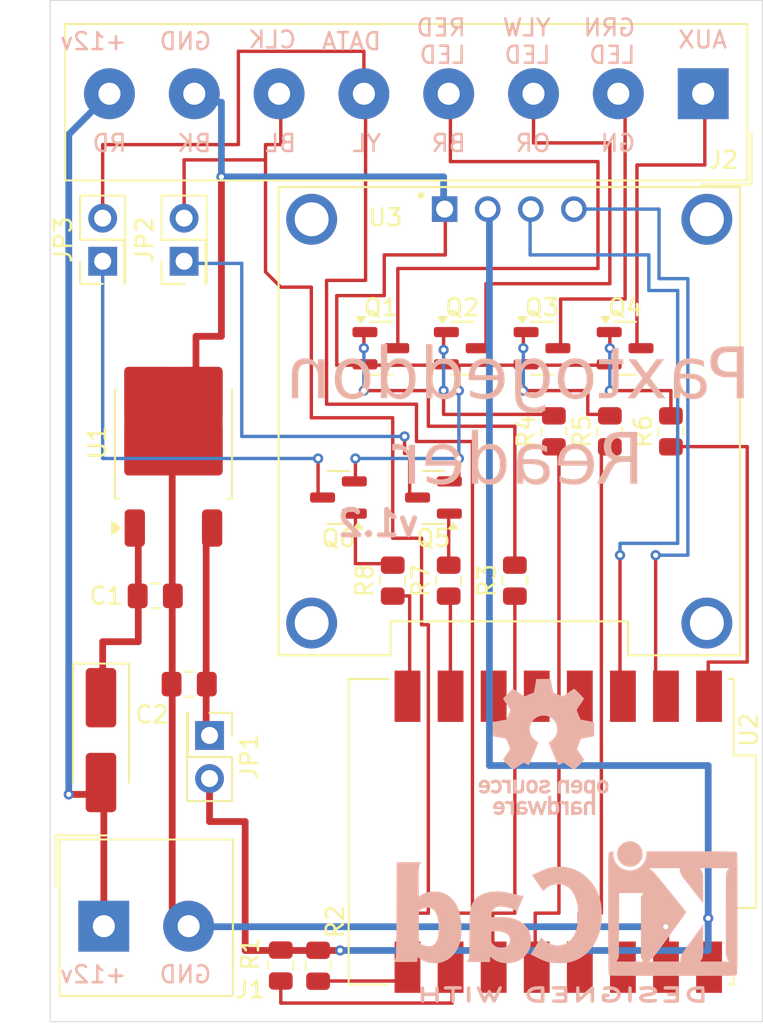
<source format=kicad_pcb>
(kicad_pcb (version 20241229) (generator "pcbnew") (generator_version "9.0")
  (layers (0 "F.Cu" signal) (2 "B.Cu" signal) (13 "F.Paste" user) (15 "B.Paste" user) (5 "F.SilkS" user "F.Silkscreen") (7 "B.SilkS" user "B.Silkscreen") (1 "F.Mask" user) (3 "B.Mask" user) (25 "Edge.Cuts" user))
  (net 0 "")
  (net 1 "GND")
  (net 2 "+5V")
  (net 3 "+12V")
  (net 4 "SPK")
  (net 5 "GRN_LED")
  (net 6 "RED_LED")
  (net 7 "DATA")
  (net 8 "YLW_LED")
  (net 9 "CLK")
  (net 10 "L_RED_LED")
  (net 11 "SCL")
  (net 12 "L_SPK")
  (net 13 "L_GRN_LED")
  (net 14 "SDA")
  (net 15 "L_YLW_LED")
  (net 20 "Net-(Q1-B)")
  (net 21 "Net-(Q2-B)")
  (net 22 "Net-(Q3-B)")
  (net 23 "Net-(Q4-B)")
  (net 28 "Net-(JP2-A)")
  (net 29 "Net-(JP3-A)")
  (net 30 "Net-(Q5-B)")
  (net 31 "Net-(Q6-B)")
  (net 32 "L_CLK_R")
  (net 33 "L_DATA_R")
  (net 34 "Net-(D1-K)")
  (net 35 "Net-(JP1-A)")
  (footprint "Connector_PinHeader_2.54mm:PinHeader_2x01_P2.54mm_Vertical" (layer "F.Cu") (at 40.3 36.375 90)
    (property "Reference" "JP2" (at 1.27 -2.33 90) (layer "F.SilkS"))
    (property "Value" "Jumper")
    (pad "1" thru_hole rect (at 0 0 90) (size 1.7 1.7) (drill 1) (layers "*.Cu" "*.Mask") (net 28 "Net-(JP2-A)"))
    (pad "2" thru_hole oval (at 2.54 0 90) (size 1.7 1.7) (drill 1) (layers "*.Cu" "*.Mask") (net 9 "CLK"))
  )
  (footprint "Resistor_SMD:R_0805_2012Metric" (layer "F.Cu") (at 48.2 77.9 -90)
    (property "Reference" "R2" (at -2.6 -1 90) (layer "F.SilkS"))
    (property "Value" "1K")
    (pad "1" smd roundrect (at -0.9125 0 270) (size 1.025 1.4) (layers "F.Cu" "F.Mask" "F.Paste") (roundrect_rratio 0.243902) (net 2 "+5V"))
    (pad "2" smd roundrect (at 0.9125 0 270) (size 1.025 1.4) (layers "F.Cu" "F.Mask" "F.Paste") (roundrect_rratio 0.243902) (net 9 "CLK"))
  )
  (footprint "Package_TO_SOT_SMD:SOT-23" (layer "F.Cu") (at 55 50.3 180)
    (property "Reference" "Q5" (at 0 -2.4 0) (layer "F.SilkS"))
    (property "Value" "MMBT3904")
    (pad "1" smd roundrect (at -0.9375 -0.95 180) (size 1.475 0.6) (layers "F.Cu" "F.Mask" "F.Paste") (net 30 "Net-(Q5-B)"))
    (pad "2" smd roundrect (at -0.9375 0.95 180) (size 1.475 0.6) (layers "F.Cu" "F.Mask" "F.Paste") (net 1 "GND"))
    (pad "3" smd roundrect (at 0.9375 0 180) (size 1.475 0.6) (layers "F.Cu" "F.Mask" "F.Paste") (net 28 "Net-(JP2-A)"))
  )
  (footprint "Package_TO_SOT_SMD:SOT-23" (layer "F.Cu") (at 51.9 41.5)
    (property "Reference" "Q1" (at 0 -2.4 0) (layer "F.SilkS"))
    (property "Value" "MMBT3904")
    (pad "1" smd roundrect (at -0.9375 -0.95) (size 1.475 0.6) (layers "F.Cu" "F.Mask" "F.Paste") (net 20 "Net-(Q1-B)"))
    (pad "2" smd roundrect (at -0.9375 0.95) (size 1.475 0.6) (layers "F.Cu" "F.Mask" "F.Paste") (net 1 "GND"))
    (pad "3" smd roundrect (at 0.9375 0) (size 1.475 0.6) (layers "F.Cu" "F.Mask" "F.Paste") (net 6 "RED_LED"))
  )
  (footprint "Connector_PinHeader_2.54mm:PinHeader_2x01_P2.54mm_Vertical" (layer "F.Cu") (at 41.8 64.325 -90)
    (property "Reference" "JP1" (at 1.27 -2.33 270) (layer "F.SilkS"))
    (property "Value" "Jumper")
    (pad "1" thru_hole rect (at 0 0 270) (size 1.7 1.7) (drill 1) (layers "*.Cu" "*.Mask") (net 35 "Net-(JP1-A)"))
    (pad "2" thru_hole oval (at 2.54 0 270) (size 1.7 1.7) (drill 1) (layers "*.Cu" "*.Mask") (net 2 "+5V"))
  )
  (footprint "Package_TO_SOT_SMD:SOT-23" (layer "F.Cu") (at 66.3 41.5)
    (property "Reference" "Q4" (at 0 -2.4 0) (layer "F.SilkS"))
    (property "Value" "MMBT3904")
    (pad "1" smd roundrect (at -0.9375 -0.95) (size 1.475 0.6) (layers "F.Cu" "F.Mask" "F.Paste") (net 23 "Net-(Q4-B)"))
    (pad "2" smd roundrect (at -0.9375 0.95) (size 1.475 0.6) (layers "F.Cu" "F.Mask" "F.Paste") (net 1 "GND"))
    (pad "3" smd roundrect (at 0.9375 0) (size 1.475 0.6) (layers "F.Cu" "F.Mask" "F.Paste") (net 4 "SPK"))
  )
  (footprint "Package_TO_SOT_SMD:TO-252-2" (layer "F.Cu") (at 39.6725 47.06 90)
    (property "Reference" "U1" (at 0 -4.5 90) (layer "F.SilkS"))
    (property "Value" "MC7805CDTG")
    (pad "1" smd roundrect (at -5.04 -2.28 90) (size 2.2 1.2) (layers "F.Cu" "F.Mask" "F.Paste") (roundrect_rratio 0.208333) (net 34 "Net-(D1-K)"))
    (pad "2" smd roundrect (at -0.415 -1.525 90) (size 3.05 2.75) (layers "F.Cu" "F.Paste") (roundrect_rratio 0.090909) (net 1 "GND"))
    (pad "2" smd roundrect (at -0.415 1.525 90) (size 3.05 2.75) (layers "F.Cu" "F.Paste") (roundrect_rratio 0.090909) (net 1 "GND"))
    (pad "2" smd roundrect (at 1.26 0 90) (size 6.4 5.8) (layers "F.Cu" "F.Mask") (roundrect_rratio 0.043103) (net 1 "GND"))
    (pad "2" smd roundrect (at 2.935 -1.525 90) (size 3.05 2.75) (layers "F.Cu" "F.Paste") (roundrect_rratio 0.090909) (net 1 "GND"))
    (pad "2" smd roundrect (at 2.935 1.525 90) (size 3.05 2.75) (layers "F.Cu" "F.Paste") (roundrect_rratio 0.090909) (net 1 "GND"))
    (pad "3" smd roundrect (at -5.04 2.28 90) (size 2.2 1.2) (layers "F.Cu" "F.Mask" "F.Paste") (roundrect_rratio 0.208333) (net 35 "Net-(JP1-A)"))
  )
  (footprint "Diode_SMD:D_SMA_Handsoldering" (layer "F.Cu") (at 35.4 64.6 -90)
    (property "Reference" "D1" (hide yes))
    (property "Value" "M7_C2902910")
    (pad "1" smd roundrect (at -2.5 0 270) (size 3.5 1.8) (layers "F.Cu" "F.Mask" "F.Paste") (roundrect_rratio 0.1388888889) (net 34 "Net-(D1-K)"))
    (pad "2" smd roundrect (at 2.5 0 270) (size 3.5 1.8) (layers "F.Cu" "F.Mask" "F.Paste") (roundrect_rratio 0.1388888889) (net 3 "+12V"))
  )
  (footprint "Resistor_SMD:R_0805_2012Metric" (layer "F.Cu") (at 59.8 55.2 90)
    (property "Reference" "R3" (at 0 -1.65 90) (layer "F.SilkS"))
    (property "Value" "1k")
    (pad "1" smd roundrect (at -0.9125 0 90) (size 1.025 1.4) (layers "F.Cu" "F.Mask" "F.Paste") (roundrect_rratio 0.243902) (net 10 "L_RED_LED"))
    (pad "2" smd roundrect (at 0.9125 0 90) (size 1.025 1.4) (layers "F.Cu" "F.Mask" "F.Paste") (roundrect_rratio 0.243902) (net 20 "Net-(Q1-B)"))
  )
  (footprint "Package_TO_SOT_SMD:SOT-23" (layer "F.Cu") (at 49.4 50.3 180)
    (property "Reference" "Q6" (at 0 -2.4 0) (layer "F.SilkS"))
    (property "Value" "MMBT3904")
    (pad "1" smd roundrect (at -0.9375 -0.95 180) (size 1.475 0.6) (layers "F.Cu" "F.Mask" "F.Paste") (net 31 "Net-(Q6-B)"))
    (pad "2" smd roundrect (at -0.9375 0.95 180) (size 1.475 0.6) (layers "F.Cu" "F.Mask" "F.Paste") (net 1 "GND"))
    (pad "3" smd roundrect (at 0.9375 0 180) (size 1.475 0.6) (layers "F.Cu" "F.Mask" "F.Paste") (net 29 "Net-(JP3-A)"))
  )
  (footprint "Connector_PinHeader_2.54mm:PinHeader_2x01_P2.54mm_Vertical" (layer "F.Cu") (at 35.5 36.375 90)
    (property "Reference" "JP3" (at 1.27 -2.33 90) (layer "F.SilkS"))
    (property "Value" "Jumper")
    (pad "1" thru_hole rect (at 0 0 90) (size 1.7 1.7) (drill 1) (layers "*.Cu" "*.Mask") (net 29 "Net-(JP3-A)"))
    (pad "2" thru_hole oval (at 2.54 0 90) (size 1.7 1.7) (drill 1) (layers "*.Cu" "*.Mask") (net 7 "DATA"))
  )
  (footprint "Resistor_SMD:R_0805_2012Metric" (layer "F.Cu") (at 62.1 46.4 90)
    (property "Reference" "R4" (at 0 -1.65 90) (layer "F.SilkS"))
    (property "Value" "1K")
    (pad "1" smd roundrect (at -0.9125 0 90) (size 1.025 1.4) (layers "F.Cu" "F.Mask" "F.Paste") (roundrect_rratio 0.243902) (net 15 "L_YLW_LED"))
    (pad "2" smd roundrect (at 0.9125 0 90) (size 1.025 1.4) (layers "F.Cu" "F.Mask" "F.Paste") (roundrect_rratio 0.243902) (net 21 "Net-(Q2-B)"))
  )
  (footprint "Package_TO_SOT_SMD:SOT-23" (layer "F.Cu") (at 56.7 41.5)
    (property "Reference" "Q2" (at 0 -2.4 0) (layer "F.SilkS"))
    (property "Value" "MMBT3904")
    (pad "1" smd roundrect (at -0.9375 -0.95) (size 1.475 0.6) (layers "F.Cu" "F.Mask" "F.Paste") (net 21 "Net-(Q2-B)"))
    (pad "2" smd roundrect (at -0.9375 0.95) (size 1.475 0.6) (layers "F.Cu" "F.Mask" "F.Paste") (net 1 "GND"))
    (pad "3" smd roundrect (at 0.9375 0) (size 1.475 0.6) (layers "F.Cu" "F.Mask" "F.Paste") (net 8 "YLW_LED"))
  )
  (footprint "Capacitor_SMD:C_0805_2012Metric_Pad1.18x1.45mm_HandSolder" (layer "F.Cu") (at 40.6 61.3 180)
    (property "Reference" "C2" (at 2.2 -1.8 0) (layer "F.SilkS"))
    (property "Value" "1uF")
    (pad "1" smd roundrect (at -1.0375 0 180) (size 1.175 1.45) (layers "F.Cu" "F.Mask" "F.Paste") (roundrect_rratio 0.212766) (net 35 "Net-(JP1-A)"))
    (pad "2" smd roundrect (at 1.0375 0 180) (size 1.175 1.45) (layers "F.Cu" "F.Mask" "F.Paste") (roundrect_rratio 0.212766) (net 1 "GND"))
  )
  (footprint "TerminalBlock_Altech:Altech_AK100_1x02_P5.00mm" (layer "F.Cu") (at 35.5675 75.5675)
    (property "Reference" "J1" (at 8.6325 3.7325 0) (layer "F.SilkS"))
    (property "Value" "Screw_Terminal_01x02")
    (pad "1" thru_hole rect (at 0 0) (size 3 3) (drill 1.3) (layers "*.Cu" "*.Mask") (net 3 "+12V"))
    (pad "2" thru_hole circle (at 5 0) (size 3 3) (drill 1.3) (layers "*.Cu" "*.Mask") (net 1 "GND"))
  )
  (footprint "Resistor_SMD:R_0805_2012Metric" (layer "F.Cu") (at 52.6 55.2 90)
    (property "Reference" "R8" (at 0 -1.65 90) (layer "F.SilkS"))
    (property "Value" "1K")
    (pad "1" smd roundrect (at -0.9125 0 90) (size 1.025 1.4) (layers "F.Cu" "F.Mask" "F.Paste") (roundrect_rratio 0.243902) (net 33 "L_DATA_R"))
    (pad "2" smd roundrect (at 0.9125 0 90) (size 1.025 1.4) (layers "F.Cu" "F.Mask" "F.Paste") (roundrect_rratio 0.243902) (net 31 "Net-(Q6-B)"))
  )
  (footprint "paxtogeddon:MODULE_ESP32-C3_SUPERMINI" (layer "F.Cu") (at 61.35 70 -90)
    (property "Reference" "U2" (at -6 -12.25 90) (layer "F.SilkS"))
    (property "Value" "ESP32-C3_SUPERMINI_SMD" (hide yes))
    (pad "0" smd rect (at 7.985 7.88 270) (size 3.025 1.524) (layers "F.Cu" "F.Mask" "F.Paste") (net 9 "CLK"))
    (pad "1" smd rect (at 7.985 5.34 270) (size 3.025 1.524) (layers "F.Cu" "F.Mask" "F.Paste") (net 7 "DATA"))
    (pad "2" smd rect (at 7.985 2.8 270) (size 3.025 1.524) (layers "F.Cu" "F.Mask" "F.Paste") (net 10 "L_RED_LED"))
    (pad "3" smd rect (at 7.985 0.26 270) (size 3.025 1.524) (layers "F.Cu" "F.Mask" "F.Paste") (net 15 "L_YLW_LED"))
    (pad "3.3" smd rect (at 7.985 -4.82 270) (size 3.025 1.524) (layers "F.Cu" "F.Mask" "F.Paste"))
    (pad "4" smd rect (at 7.985 -2.28 270) (size 3.025 1.524) (layers "F.Cu" "F.Mask" "F.Paste") (net 13 "L_GRN_LED"))
    (pad "5" smd rect (at -7.985 -9.9 270) (size 3.025 1.524) (layers "F.Cu" "F.Mask" "F.Paste") (net 12 "L_SPK"))
    (pad "5V" smd rect (at 7.985 -9.9 270) (size 3.025 1.524) (layers "F.Cu" "F.Mask" "F.Paste") (net 2 "+5V"))
    (pad "6" smd rect (at -7.985 -7.36 270) (size 3.025 1.524) (layers "F.Cu" "F.Mask" "F.Paste") (net 14 "SDA"))
    (pad "7" smd rect (at -7.985 -4.82 270) (size 3.025 1.524) (layers "F.Cu" "F.Mask" "F.Paste") (net 11 "SCL"))
    (pad "8" smd rect (at -7.985 -2.28 270) (size 3.025 1.524) (layers "F.Cu" "F.Mask" "F.Paste"))
    (pad "9" smd rect (at -7.985 0.26 270) (size 3.025 1.524) (layers "F.Cu" "F.Mask" "F.Paste"))
    (pad "10" smd rect (at -7.985 2.8 270) (size 3.025 1.524) (layers "F.Cu" "F.Mask" "F.Paste"))
    (pad "20" smd rect (at -7.985 5.34 270) (size 3.025 1.524) (layers "F.Cu" "F.Mask" "F.Paste") (net 32 "L_CLK_R"))
    (pad "21" smd rect (at -7.985 7.88 270) (size 3.025 1.524) (layers "F.Cu" "F.Mask" "F.Paste") (net 33 "L_DATA_R"))
    (pad "G" smd rect (at 7.985 -7.36 270) (size 3.025 1.524) (layers "F.Cu" "F.Mask" "F.Paste") (net 1 "GND"))
  )
  (footprint "Resistor_SMD:R_0805_2012Metric" (layer "F.Cu") (at 69 46.4 90)
    (property "Reference" "R6" (at 0 -1.65 90) (layer "F.SilkS"))
    (property "Value" "1K")
    (pad "1" smd roundrect (at -0.9125 0 90) (size 1.025 1.4) (layers "F.Cu" "F.Mask" "F.Paste") (roundrect_rratio 0.243902) (net 12 "L_SPK"))
    (pad "2" smd roundrect (at 0.9125 0 90) (size 1.025 1.4) (layers "F.Cu" "F.Mask" "F.Paste") (roundrect_rratio 0.243902) (net 23 "Net-(Q4-B)"))
  )
  (footprint "Capacitor_SMD:C_0805_2012Metric_Pad1.18x1.45mm_HandSolder" (layer "F.Cu") (at 38.6 56.1)
    (property "Reference" "C1" (at -2.9 0 0) (layer "F.SilkS"))
    (property "Value" "330nF")
    (pad "1" smd roundrect (at -1.0375 0) (size 1.175 1.45) (layers "F.Cu" "F.Mask" "F.Paste") (roundrect_rratio 0.212766) (net 34 "Net-(D1-K)"))
    (pad "2" smd roundrect (at 1.0375 0) (size 1.175 1.45) (layers "F.Cu" "F.Mask" "F.Paste") (roundrect_rratio 0.212766) (net 1 "GND"))
  )
  (footprint "paxtogeddon:MODULE_ER-OLED096-I2C" (layer "F.Cu") (at 59.47 45.8)
    (property "Reference" "U3" (at -7.3 -12 0) (layer "F.SilkS"))
    (property "Value" "OLED096-128x64")
    (pad "1" thru_hole rect (at -3.81 -12.5) (size 1.508 1.508) (drill 1) (layers "*.Cu" "*.Mask") (net 1 "GND"))
    (pad "2" thru_hole circle (at -1.27 -12.5) (size 1.508 1.508) (drill 1) (layers "*.Cu" "*.Mask") (net 2 "+5V"))
    (pad "3" thru_hole circle (at 1.27 -12.5) (size 1.508 1.508) (drill 1) (layers "*.Cu" "*.Mask") (net 11 "SCL"))
    (pad "4" thru_hole circle (at 3.81 -12.5) (size 1.508 1.508) (drill 1) (layers "*.Cu" "*.Mask") (net 14 "SDA"))
    (pad "S1" thru_hole circle (at -11.65 -11.9) (size 3 3) (drill 2) (layers "*.Cu" "*.Mask"))
    (pad "S2" thru_hole circle (at 11.65 -11.9) (size 3 3) (drill 2) (layers "*.Cu" "*.Mask"))
    (pad "S3" thru_hole circle (at 11.65 11.9) (size 3 3) (drill 2) (layers "*.Cu" "*.Mask"))
    (pad "S4" thru_hole circle (at -11.65 11.9) (size 3 3) (drill 2) (layers "*.Cu" "*.Mask"))
  )
  (footprint "Package_TO_SOT_SMD:SOT-23" (layer "F.Cu") (at 61.4 41.5)
    (property "Reference" "Q3" (at 0 -2.4 0) (layer "F.SilkS"))
    (property "Value" "MMBT3904")
    (pad "1" smd roundrect (at -0.9375 -0.95) (size 1.475 0.6) (layers "F.Cu" "F.Mask" "F.Paste") (net 22 "Net-(Q3-B)"))
    (pad "2" smd roundrect (at -0.9375 0.95) (size 1.475 0.6) (layers "F.Cu" "F.Mask" "F.Paste") (net 1 "GND"))
    (pad "3" smd roundrect (at 0.9375 0) (size 1.475 0.6) (layers "F.Cu" "F.Mask" "F.Paste") (net 5 "GRN_LED"))
  )
  (footprint "Resistor_SMD:R_0805_2012Metric" (layer "F.Cu") (at 65.4 46.4 90)
    (property "Reference" "R5" (at 0 -1.65 90) (layer "F.SilkS"))
    (property "Value" "1K")
    (pad "1" smd roundrect (at -0.9125 0 90) (size 1.025 1.4) (layers "F.Cu" "F.Mask" "F.Paste") (roundrect_rratio 0.243902) (net 13 "L_GRN_LED"))
    (pad "2" smd roundrect (at 0.9125 0 90) (size 1.025 1.4) (layers "F.Cu" "F.Mask" "F.Paste") (roundrect_rratio 0.243902) (net 22 "Net-(Q3-B)"))
  )
  (footprint "Resistor_SMD:R_0805_2012Metric" (layer "F.Cu") (at 46 77.8875 -90)
    (property "Reference" "R1" (at -0.6875 1.8 90) (layer "F.SilkS"))
    (property "Value" "1K")
    (pad "1" smd roundrect (at -0.9125 0 270) (size 1.025 1.4) (layers "F.Cu" "F.Mask" "F.Paste") (roundrect_rratio 0.243902) (net 2 "+5V"))
    (pad "2" smd roundrect (at 0.9125 0 270) (size 1.025 1.4) (layers "F.Cu" "F.Mask" "F.Paste") (roundrect_rratio 0.243902) (net 7 "DATA"))
  )
  (footprint "TerminalBlock_Altech:Altech_AK100_1x08_P5.00mm" (layer "F.Cu") (at 70.9 26.5 180)
    (property "Reference" "J2" (at -1.2 -3.9 0) (layer "F.SilkS"))
    (property "Value" "Screw_Terminal_01x08")
    (pad "1" thru_hole rect (at 0 0 180) (size 3 3) (drill 1.3) (layers "*.Cu" "*.Mask") (net 4 "SPK"))
    (pad "2" thru_hole circle (at 5 0 180) (size 3 3) (drill 1.3) (layers "*.Cu" "*.Mask") (net 5 "GRN_LED"))
    (pad "3" thru_hole circle (at 10 0 180) (size 3 3) (drill 1.3) (layers "*.Cu" "*.Mask") (net 8 "YLW_LED"))
    (pad "4" thru_hole circle (at 15 0 180) (size 3 3) (drill 1.3) (layers "*.Cu" "*.Mask") (net 6 "RED_LED"))
    (pad "5" thru_hole circle (at 20 0 180) (size 3 3) (drill 1.3) (layers "*.Cu" "*.Mask") (net 7 "DATA"))
    (pad "6" thru_hole circle (at 25 0 180) (size 3 3) (drill 1.3) (layers "*.Cu" "*.Mask") (net 9 "CLK"))
    (pad "7" thru_hole circle (at 30 0 180) (size 3 3) (drill 1.3) (layers "*.Cu" "*.Mask") (net 1 "GND"))
    (pad "8" thru_hole circle (at 35 0 180) (size 3 3) (drill 1.3) (layers "*.Cu" "*.Mask") (net 3 "+12V"))
  )
  (footprint "Resistor_SMD:R_0805_2012Metric" (layer "F.Cu") (at 55.9 55.2 90)
    (property "Reference" "R7" (at 0 -1.65 90) (layer "F.SilkS"))
    (property "Value" "1K")
    (pad "1" smd roundrect (at -0.9125 0 90) (size 1.025 1.4) (layers "F.Cu" "F.Mask" "F.Paste") (roundrect_rratio 0.243902) (net 32 "L_CLK_R"))
    (pad "2" smd roundrect (at 0.9125 0 90) (size 1.025 1.4) (layers "F.Cu" "F.Mask" "F.Paste") (roundrect_rratio 0.243902) (net 30 "Net-(Q5-B)"))
  )
  (footprint "Symbol:OSHW-Logo_7.5x8mm_SilkScreen" (layer "B.Cu") (at 61.5 65 180)
    (property "Reference" "REF**" (hide yes))
    (property "Value" "OSHW-Logo_7.5x8mm_SilkScreen" (hide yes))
  )
  (footprint "Symbol:KiCad-Logo2_8mm_SilkScreen" (layer "B.Cu") (at 62.8 74.5 180)
    (property "Reference" "REF**" (hide yes))
    (property "Value" "KiCad-Logo2_8mm_SilkScreen" (hide yes))
  )
  (gr_line (start 57.3 47) (end 54 47) (stroke (width 0.2)) (layer "F.Cu") (net 7))
  (gr_line (start 43.5 29.5) (end 43.5 24) (stroke (width 0.2)) (layer "F.Cu") (net 7))
  (gr_line (start 53.5 78) (end 53.5 74.8) (stroke (width 0.2)) (layer "F.Cu") (net 9))
  (gr_line (start 48.2 50.3) (end 48.2 48) (stroke (width 0.2)) (layer "F.Cu") (net 29))
  (gr_line (start 60.3 40.7) (end 60.3 41.5) (stroke (width 0.2)) (layer "F.Cu") (net 22))
  (gr_line (start 45.1 29.5) (end 45.1 37) (stroke (width 0.2)) (layer "F.Cu") (net 9))
  (gr_line (start 54.3 52.7) (end 52.6 52.7) (stroke (width 0.2)) (layer "F.Cu") (net 9))
  (gr_line (start 53.6 50.2) (end 53.6 47.7) (stroke (width 0.2)) (layer "F.Cu") (net 28))
  (gr_line (start 65.4 29.4) (end 60.9 29.4) (stroke (width 0.2)) (layer "F.Cu") (net 8))
  (gr_line (start 52.9 36.8) (end 64.7 36.8) (stroke (width 0.2)) (layer "F.Cu") (net 6))
  (gr_line (start 41 40.8) (end 41 43) (stroke (width 0.4)) (layer "F.Cu") (net 1))
  (gr_line (start 40.3 30.4) (end 45.1 30.4) (stroke (width 0.2)) (layer "F.Cu") (net 9))
  (gr_line (start 46 26.5) (end 46 29.5) (stroke (width 0.2)) (layer "F.Cu") (net 9))
  (gr_line (start 58.5 74.8) (end 59.8 74.8) (stroke (width 0.2)) (layer "F.Cu") (net 10))
  (gr_line (start 62.5 41.5) (end 62.5 38.6) (stroke (width 0.2)) (layer "F.Cu") (net 5))
  (gr_line (start 56.5 49.3) (end 56.5 48) (stroke (width 0.2)) (layer "F.Cu") (net 1))
  (gr_line (start 52.2 54.2) (end 50.4 54.2) (stroke (width 0.2)) (layer "F.Cu") (net 31))
  (gr_line (start 60.9 29.4) (end 60.9 26.5) (stroke (width 0.2)) (layer "F.Cu") (net 8))
  (gr_line (start 57.3 55.05) (end 57.3 74.8) (stroke (width 0.2)) (layer "F.Cu") (net 7))
  (gr_line (start 55.6 40.6) (end 55.6 41.6) (stroke (width 0.2)) (layer "F.Cu") (net 21))
  (gr_line (start 51 26.6) (end 51 37.5) (stroke (width 0.2)) (layer "F.Cu") (net 7))
  (gr_line (start 50.9 24) (end 50.9 25.6) (stroke (width 0.2)) (layer "F.Cu") (net 7))
  (gr_line (start 61.9 45.4) (end 55.6 45.4) (stroke (width 0.2)) (layer "F.Cu") (net 21))
  (gr_line (start 62.5 38.6) (end 66.3 38.6) (stroke (width 0.2)) (layer "F.Cu") (net 5))
  (gr_line (start 65.4 37.7) (end 65.4 29.4) (stroke (width 0.2)) (layer "F.Cu") (net 8))
  (gr_line (start 54 44.8) (end 48.7 44.8) (stroke (width 0.2)) (layer "F.Cu") (net 7))
  (gr_line (start 55.7 36) (end 55.7 33.4) (stroke (width 0.2)) (layer "F.Cu") (net 1))
  (gr_line (start 65.4 40.7) (end 65.4 41.5) (stroke (width 0.2)) (layer "F.Cu") (net 23))
  (gr_line (start 54.7 74.8) (end 54.7 57.8) (stroke (width 0.2)) (layer "F.Cu") (net 9))
  (gr_line (start 48.3 77) (end 49.5 77) (stroke (width 0.4)) (layer "F.Cu") (net 2))
  (gr_line (start 46 80.1) (end 56.1 80.1) (stroke (width 0.2)) (layer "F.Cu") (net 7))
  (gr_line (start 71.2 75.1) (end 71.2 77) (stroke (width 0.4)) (layer "F.Cu") (net 2))
  (gr_line (start 71.2 61.9) (end 71.2 60) (stroke (width 0.2)) (layer "F.Cu") (net 12))
  (gr_line (start 41.6 61.3) (end 41.6 52.4) (stroke (width 0.4)) (layer "F.Cu") (net 35))
  (gr_line (start 59.8 46.1) (end 54.7 46.1) (stroke (width 0.2)) (layer "F.Cu") (net 20))
  (gr_line (start 66 53.7) (end 66 61) (stroke (width 0.2)) (layer "F.Cu") (net 11))
  (gr_line (start 59.8 56.2) (end 59.8 74.8) (stroke (width 0.2)) (layer "F.Cu") (net 10))
  (gr_line (start 67 30.7) (end 71 30.7) (stroke (width 0.2)) (layer "F.Cu") (net 4))
  (gr_line (start 41.8 69.4) (end 43.9 69.4) (stroke (width 0.4)) (layer "F.Cu") (net 2))
  (gr_line (start 64.1 44) (end 60.3 44) (stroke (width 0.2)) (layer "F.Cu") (net 22))
  (gr_line (start 46 78.8) (end 46 80.1) (stroke (width 0.2)) (layer "F.Cu") (net 7))
  (gr_line (start 56 61.8) (end 56 56.1) (stroke (width 0.2)) (layer "F.Cu") (net 32))
  (gr_line (start 45.9 77) (end 48.3 77) (stroke (width 0.4)) (layer "F.Cu") (net 2))
  (gr_line (start 53.5 74.8) (end 54.7 74.8) (stroke (width 0.2)) (layer "F.Cu") (net 9))
  (gr_line (start 48.3 78.8) (end 53.3 78.8) (stroke (width 0.2)) (layer "F.Cu") (net 9))
  (gr_line (start 47.8 37.9) (end 47.1 37.9) (stroke (width 0.2)) (layer "F.Cu") (net 9))
  (gr_line (start 53.6 56.1) (end 52.6 56.1) (stroke (width 0.2)) (layer "F.Cu") (net 33))
  (gr_line (start 42.5 40.8) (end 41 40.8) (stroke (width 0.4)) (layer "F.Cu") (net 1))
  (gr_line (start 73.5 60) (end 73.5 47.3) (stroke (width 0.2)) (layer "F.Cu") (net 12))
  (gr_line (start 50.4 54.2) (end 50.4 51.3) (stroke (width 0.2)) (layer "F.Cu") (net 31))
  (gr_line (start 61 74.8) (end 61 77.9) (stroke (width 0.2)) (layer "F.Cu") (net 15))
  (gr_line (start 48.7 44.8) (end 48.7 37.5) (stroke (width 0.2)) (layer "F.Cu") (net 7))
  (gr_line (start 43.9 69.4) (end 43.9 77) (stroke (width 0.4)) (layer "F.Cu") (net 2))
  (gr_line (start 54.7 44) (end 50.9 44) (stroke (width 0.2)) (layer "F.Cu") (net 20))
  (gr_line (start 37.6 55.9) (end 37.6 52) (stroke (width 0.4)) (layer "F.Cu") (net 34))
  (gr_line (start 39.6 56.1) (end 39.6 46.7) (stroke (width 0.4)) (layer "F.Cu") (net 1))
  (gr_line (start 56.1 74.8) (end 57.3 74.8) (stroke (width 0.2)) (layer "F.Cu") (net 7))
  (gr_line (start 35.5 29.5) (end 43.5 29.5) (stroke (width 0.2)) (layer "F.Cu") (net 7))
  (gr_line (start 73.5 47.3) (end 69 47.3) (stroke (width 0.2)) (layer "F.Cu") (net 12))
  (gr_line (start 53.3 47.7) (end 53.3 46.7) (stroke (width 0.2)) (layer "F.Cu") (net 28))
  (gr_line (start 43.9 77) (end 45.8 77) (stroke (width 0.4)) (layer "F.Cu") (net 2))
  (gr_line (start 47.8 45.6) (end 47.8 37.9) (stroke (width 0.2)) (layer "F.Cu") (net 9))
  (gr_line (start 40.3 33.8) (end 40.3 30.4) (stroke (width 0.2)) (layer "F.Cu") (net 9))
  (gr_line (start 52.9 41.6) (end 52.9 36.8) (stroke (width 0.2)) (layer "F.Cu") (net 6))
  (gr_line (start 49.3 42.5) (end 49.3 38.4) (stroke (width 0.2)) (layer "F.Cu") (net 1))
  (gr_line (start 52.1 38.4) (end 52.1 36) (stroke (width 0.2)) (layer "F.Cu") (net 1))
  (gr_line (start 64.1 45.4) (end 64.1 44) (stroke (width 0.2)) (layer "F.Cu") (net 22))
  (gr_line (start 69 44) (end 65.4 44) (stroke (width 0.2)) (layer "F.Cu") (net 23))
  (gr_line (start 58.1 41.6) (end 58.1 37.7) (stroke (width 0.2)) (layer "F.Cu") (net 8))
  (gr_line (start 39.6 61.3) (end 39.6 56.1) (stroke (width 0.4)) (layer "F.Cu") (net 1))
  (gr_line (start 54.7 46.1) (end 54.7 44) (stroke (width 0.2)) (layer "F.Cu") (net 20))
  (gr_line (start 50.9 40.6) (end 50.9 41.5) (stroke (width 0.2)) (layer "F.Cu") (net 20))
  (gr_line (start 45.1 37) (end 46 37.9) (stroke (width 0.2)) (layer "F.Cu") (net 9))
  (gr_line (start 54.7 57.8) (end 54.3 57.8) (stroke (width 0.2)) (layer "F.Cu") (net 9))
  (gr_line (start 71.2 60) (end 73.5 60) (stroke (width 0.2)) (layer "F.Cu") (net 12))
  (gr_line (start 55.6 44) (end 55.6 45.4) (stroke (width 0.2)) (layer "F.Cu") (net 21))
  (gr_line (start 69 45.5) (end 69 44) (stroke (width 0.2)) (layer "F.Cu") (net 23))
  (gr_line (start 37.6 58.8) (end 37.6 55.9) (stroke (width 0.4)) (layer "F.Cu") (net 34))
  (gr_line (start 43.5 24) (end 50.9 24) (stroke (width 0.2)) (layer "F.Cu") (net 7))
  (gr_line (start 42.5 40.8) (end 42.5 31.4) (stroke (width 0.4)) (layer "F.Cu") (net 1))
  (gr_line (start 52.6 52.7) (end 52.6 45.6) (stroke (width 0.2)) (layer "F.Cu") (net 9))
  (gr_line (start 54 47) (end 54 44.8) (stroke (width 0.2)) (layer "F.Cu") (net 7))
  (gr_line (start 39.6 75.4) (end 39.6 61.3) (stroke (width 0.4)) (layer "F.Cu") (net 1))
  (gr_line (start 55.9 54.2) (end 55.9 51.3) (stroke (width 0.2)) (layer "F.Cu") (net 30))
  (gr_line (start 71 30.7) (end 71 26.5) (stroke (width 0.2)) (layer "F.Cu") (net 4))
  (gr_line (start 56 30.5) (end 56 26.4) (stroke (width 0.2)) (layer "F.Cu") (net 6))
  (gr_line (start 66.3 38.6) (end 66.3 26.7) (stroke (width 0.2)) (layer "F.Cu") (net 5))
  (gr_line (start 35.5 62) (end 35.5 58.8) (stroke (width 0.4)) (layer "F.Cu") (net 34))
  (gr_line (start 61 74.8) (end 62.4 74.8) (stroke (width 0.2)) (layer "F.Cu") (net 15))
  (gr_line (start 41.6 61.3) (end 41.6 64.3) (stroke (width 0.4)) (layer "F.Cu") (net 35))
  (gr_line (start 58.1 37.7) (end 65.4 37.7) (stroke (width 0.2)) (layer "F.Cu") (net 8))
  (gr_line (start 56.5 44) (end 56.5 42.5) (stroke (width 0.2)) (layer "F.Cu") (net 1))
  (gr_line (start 54.3 57.8) (end 54.3 52.7) (stroke (width 0.2)) (layer "F.Cu") (net 9))
  (gr_line (start 68.1 53.7) (end 68.1 61.2) (stroke (width 0.2)) (layer "F.Cu") (net 14))
  (gr_line (start 52.1 36) (end 55.7 36) (stroke (width 0.2)) (layer "F.Cu") (net 1))
  (gr_line (start 64.7 36.8) (end 64.7 30.5) (stroke (width 0.2)) (layer "F.Cu") (net 6))
  (gr_line (start 49.3 38.4) (end 52.1 38.4) (stroke (width 0.2)) (layer "F.Cu") (net 1))
  (gr_line (start 63.6 74.8) (end 64.9 74.8) (stroke (width 0.2)) (layer "F.Cu") (net 13))
  (gr_line (start 59.8 54.4) (end 59.8 46.1) (stroke (width 0.2)) (layer "F.Cu") (net 20))
  (gr_line (start 57.3 55.05) (end 57.3 47) (stroke (width 0.2)) (layer "F.Cu") (net 7))
  (gr_line (start 64.9 47.4) (end 64.9 74.8) (stroke (width 0.2)) (layer "F.Cu") (net 13))
  (gr_line (start 50.4 48) (end 50.4 49.3) (stroke (width 0.2)) (layer "F.Cu") (net 1))
  (gr_line (start 63.6 74.8) (end 63.6 77.5) (stroke (width 0.2)) (layer "F.Cu") (net 13))
  (gr_line (start 53.6 60.8) (end 53.6 56.1) (stroke (width 0.2)) (layer "F.Cu") (net 33))
  (gr_line (start 46 29.5) (end 45.1 29.5) (stroke (width 0.2)) (layer "F.Cu") (net 9))
  (gr_line (start 53.6 47.7) (end 53.3 47.7) (stroke (width 0.2)) (layer "F.Cu") (net 28))
  (gr_line (start 46 37.9) (end 47.1 37.9) (stroke (width 0.2)) (layer "F.Cu") (net 9))
  (gr_line (start 67 41.6) (end 67 30.7) (stroke (width 0.2)) (layer "F.Cu") (net 4))
  (gr_line (start 56.1 80.1) (end 56.1 78.6) (stroke (width 0.2)) (layer "F.Cu") (net 7))
  (gr_line (start 58.5 74.8) (end 58.5 77.5) (stroke (width 0.2)) (layer "F.Cu") (net 10))
  (gr_line (start 50.9 42.5) (end 49.3 42.5) (stroke (width 0.2)) (layer "F.Cu") (net 1))
  (gr_line (start 64.7 30.5) (end 56 30.5) (stroke (width 0.2)) (layer "F.Cu") (net 6))
  (gr_line (start 35.5 58.8) (end 37.6 58.8) (stroke (width 0.4)) (layer "F.Cu") (net 34))
  (gr_line (start 62.4 47.3) (end 62.4 74.8) (stroke (width 0.2)) (layer "F.Cu") (net 15))
  (gr_line (start 41.8 66.9) (end 41.8 69.4) (stroke (width 0.4)) (layer "F.Cu") (net 2))
  (gr_line (start 52.6 45.6) (end 47.8 45.6) (stroke (width 0.2)) (layer "F.Cu") (net 9))
  (gr_line (start 33.5 67.8) (end 35.3 67.8) (stroke (width 0.4)) (layer "F.Cu") (net 3))
  (gr_line (start 51 37.5) (end 48.7 37.5) (stroke (width 0.2)) (layer "F.Cu") (net 7))
  (gr_line (start 35.5 34) (end 35.5 29.5) (stroke (width 0.2)) (layer "F.Cu") (net 7))
  (gr_line (start 68.7 75.6) (end 68.7 77.3) (stroke (width 0.4)) (layer "F.Cu") (net 1))
  (gr_line (start 65 45.4) (end 64.1 45.4) (stroke (width 0.2)) (layer "F.Cu") (net 22))
  (gr_line (start 50.9 42.5) (end 65.4 42.5) (stroke (width 0.2)) (layer "F.Cu") (net 1))
  (gr_line (start 56.1 74.8) (end 56.1 78.6) (stroke (width 0.2)) (layer "F.Cu") (net 7))
  (gr_line (start 56.5 48) (end 56.5 44) (stroke (width 0.2)) (layer "B.Cu") (net 1))
  (gr_line (start 70 53.7) (end 68.1 53.7) (stroke (width 0.2)) (layer "B.Cu") (net 14))
  (gr_line (start 69.4 53) (end 69.4 38.1) (stroke (width 0.2)) (layer "B.Cu") (net 11))
  (gr_line (start 68.3 37.4) (end 70 37.4) (stroke (width 0.2)) (layer "B.Cu") (net 14))
  (gr_line (start 66 53) (end 69.4 53) (stroke (width 0.2)) (layer "B.Cu") (net 11))
  (gr_line (start 63.3 33.3) (end 68.3 33.3) (stroke (width 0.2)) (layer "B.Cu") (net 14))
  (gr_line (start 66 53.7) (end 66 53) (stroke (width 0.2)) (layer "B.Cu") (net 11))
  (gr_line (start 55.6 31.4) (end 55.6 33.2) (stroke (width 0.4)) (layer "B.Cu") (net 1))
  (gr_line (start 50.9 41.5) (end 50.9 44) (stroke (width 0.2)) (layer "B.Cu") (net 20))
  (gr_line (start 71.2 77) (end 71.2 75.1) (stroke (width 0.4)) (layer "B.Cu") (net 2))
  (gr_line (start 42.5 31.4) (end 55.6 31.4) (stroke (width 0.4)) (layer "B.Cu") (net 1))
  (gr_line (start 43.7 46.7) (end 43.7 36.5) (stroke (width 0.2)) (layer "B.Cu") (net 28))
  (gr_line (start 71.2 66.1) (end 71.2 72.6) (stroke (width 0.4)) (layer "B.Cu") (net 2))
  (gr_line (start 58.3 66.1) (end 71.2 66.1) (stroke (width 0.4)) (layer "B.Cu") (net 2))
  (gr_line (start 60.7 36) (end 60.7 33.4) (stroke (width 0.2)) (layer "B.Cu") (net 11))
  (gr_line (start 48.2 48) (end 35.5 48) (stroke (width 0.2)) (layer "B.Cu") (net 29))
  (gr_line (start 65.4 41.5) (end 65.4 44) (stroke (width 0.2)) (layer "B.Cu") (net 23))
  (gr_line (start 55.6 41.6) (end 55.6 44) (stroke (width 0.2)) (layer "B.Cu") (net 21))
  (gr_line (start 70 37.4) (end 70 53.7) (stroke (width 0.2)) (layer "B.Cu") (net 14))
  (gr_line (start 41.5 75.6) (end 68.7 75.6) (stroke (width 0.4)) (layer "B.Cu") (net 1))
  (gr_line (start 49.5 77) (end 71.2 77) (stroke (width 0.4)) (layer "B.Cu") (net 2))
  (gr_line (start 71.2 72.6) (end 71.2 75.1) (stroke (width 0.4)) (layer "B.Cu") (net 2))
  (gr_line (start 68.3 33.3) (end 68.3 37.4) (stroke (width 0.2)) (layer "B.Cu") (net 14))
  (gr_line (start 43.7 36.5) (end 40.3 36.5) (stroke (width 0.2)) (layer "B.Cu") (net 28))
  (gr_line (start 67.7 36) (end 60.7 36) (stroke (width 0.2)) (layer "B.Cu") (net 11))
  (gr_line (start 60.3 41.5) (end 60.3 44) (stroke (width 0.2)) (layer "B.Cu") (net 22))
  (gr_line (start 58.3 33.3) (end 58.3 66.1) (stroke (width 0.4)) (layer "B.Cu") (net 2))
  (gr_line (start 67.7 38.1) (end 67.7 36) (stroke (width 0.2)) (layer "B.Cu") (net 11))
  (gr_line (start 53.3 46.7) (end 43.7 46.7) (stroke (width 0.2)) (layer "B.Cu") (net 28))
  (gr_line (start 69.4 38.1) (end 67.7 38.1) (stroke (width 0.2)) (layer "B.Cu") (net 11))
  (gr_line (start 56.5 48) (end 50.4 48) (stroke (width 0.2)) (layer "B.Cu") (net 1))
  (gr_line (start 35.5 48) (end 35.5 36.7) (stroke (width 0.2)) (layer "B.Cu") (net 29))
  (gr_rect (start 32.4 21) (end 74.4 81.2) (stroke (width 0.05)) (fill no) (layer "Edge.Cuts"))
  (gr_text "GRN\nLED" (at 67 24.8 0) (layer "B.SilkS") (effects (font (size 1 1)) (justify left bottom mirror)))
  (gr_text "BL" (at 47 30 0) (layer "B.SilkS") (effects (font (size 1 1)) (justify left bottom mirror)))
  (gr_text "YLW\nLED" (at 62 24.8 0) (layer "B.SilkS") (effects (font (size 1 1)) (justify left bottom mirror)))
  (gr_text "RED\nLED" (at 57 24.8 0) (layer "B.SilkS") (effects (font (size 1 1)) (justify left bottom mirror)))
  (gr_text "CLK" (at 47 23.9 0) (layer "B.SilkS") (effects (font (size 1 1)) (justify left bottom mirror)))
  (gr_text "+12v" (at 37 24 0) (layer "B.SilkS") (effects (font (size 1 1)) (justify left bottom mirror)))
  (gr_text "Paxtogeddon\nReader" (at 60 50 0) (layer "B.SilkS") (effects (font (size 3 3) (thickness 0.1)) (justify bottom mirror)))
  (gr_text "GND" (at 42 79 0) (layer "B.SilkS") (effects (font (size 1 1)) (justify left bottom mirror)))
  (gr_text "GND" (at 42 24 0) (layer "B.SilkS") (effects (font (size 1 1)) (justify left bottom mirror)))
  (gr_text "BK" (at 42 30 0) (layer "B.SilkS") (effects (font (size 1 1)) (justify left bottom mirror)))
  (gr_text "OR" (at 62 30 0) (layer "B.SilkS") (effects (font (size 1 1)) (justify left bottom mirror)))
  (gr_text "RD" (at 37 30 0) (layer "B.SilkS") (effects (font (size 1 1)) (justify left bottom mirror)))
  (gr_text "BR" (at 57 30 0) (layer "B.SilkS") (effects (font (size 1 1)) (justify left bottom mirror)))
  (gr_text "GN" (at 67 30 0) (layer "B.SilkS") (effects (font (size 1 1)) (justify left bottom mirror)))
  (gr_text "AUX" (at 72.4 23.9 0) (layer "B.SilkS") (effects (font (size 1 1)) (justify left bottom mirror)))
  (gr_text "v1.2" (at 54.3 52.7 0) (layer "B.SilkS") (effects (font (size 1.5 1.5) (thickness 0.3) (bold yes)) (justify left bottom mirror)))
  (gr_text "YL" (at 52 30 0) (layer "B.SilkS") (effects (font (size 1 1)) (justify left bottom mirror)))
  (gr_text "+12v" (at 37 79 0) (layer "B.SilkS") (effects (font (size 1 1)) (justify left bottom mirror)))
  (gr_text "DATA" (at 52 24 0) (layer "B.SilkS") (effects (font (size 1 1)) (justify left bottom mirror)))
  (segment (start 39.5 75.5675) (end 40.5675 75.5675) (width 0.2) (layer "F.Cu") (net 1))
  (via (at 56.5 48) (size 0.6) (drill 0.3) (layers "F.Cu" "B.Cu") (net 1))
  (via (at 68.7 75.6) (size 0.6) (drill 0.3) (layers "F.Cu" "B.Cu") (net 1))
  (via (at 42.5 31.4) (size 0.6) (drill 0.3) (layers "F.Cu" "B.Cu") (net 1))
  (via (at 50.4 48) (size 0.6) (drill 0.3) (layers "F.Cu" "B.Cu") (net 1))
  (via (at 56.5 44) (size 0.6) (drill 0.3) (layers "F.Cu" "B.Cu") (net 1))
  (segment (start 42.5 31.4) (end 42.5 27) (width 0.4) (layer "B.Cu") (net 1))
  (segment (start 42.5 27) (end 40.5 27) (width 0.4) (layer "B.Cu") (net 1))
  (via (at 49.5 77) (size 0.6) (drill 0.3) (layers "F.Cu" "B.Cu") (net 2))
  (via (at 71.2 75.1) (size 0.6) (drill 0.3) (layers "F.Cu" "B.Cu") (net 2))
  (segment (start 35.5675 67.0675) (end 35.5 67) (width 0.2) (layer "F.Cu") (net 3))
  (segment (start 35.5675 75.5675) (end 35.5675 67) (width 0.4) (layer "F.Cu") (net 3))
  (segment (start 35.5675 67) (end 35.5 67) (width 0.2) (layer "F.Cu") (net 3))
  (via (at 33.5 67.8) (size 0.6) (drill 0.3) (layers "F.Cu" "B.Cu") (net 3))
  (segment (start 33.5 67.8) (end 33.5 28.9) (width 0.4) (layer "B.Cu") (net 3))
  (segment (start 33.5 28.9) (end 35.9 26.5) (width 0.4) (layer "B.Cu") (net 3))
  (via (at 66 53.7) (size 0.6) (drill 0.3) (layers "F.Cu" "B.Cu") (net 11))
  (via (at 68.1 53.7) (size 0.6) (drill 0.3) (layers "F.Cu" "B.Cu") (net 14))
  (via (at 50.9 44) (size 0.6) (drill 0.3) (layers "F.Cu" "B.Cu") (net 20))
  (via (at 50.9 41.5) (size 0.6) (drill 0.3) (layers "F.Cu" "B.Cu") (net 20))
  (via (at 55.6 41.6) (size 0.6) (drill 0.3) (layers "F.Cu" "B.Cu") (net 21))
  (via (at 55.6 44) (size 0.6) (drill 0.3) (layers "F.Cu" "B.Cu") (net 21))
  (via (at 60.3 41.5) (size 0.6) (drill 0.3) (layers "F.Cu" "B.Cu") (net 22))
  (via (at 60.3 44) (size 0.6) (drill 0.3) (layers "F.Cu" "B.Cu") (net 22))
  (via (at 65.4 41.5) (size 0.6) (drill 0.3) (layers "F.Cu" "B.Cu") (net 23))
  (via (at 65.4 44) (size 0.6) (drill 0.3) (layers "F.Cu" "B.Cu") (net 23))
  (via (at 53.3 46.7) (size 0.6) (drill 0.3) (layers "F.Cu" "B.Cu") (net 28))
  (via (at 48.2 48) (size 0.6) (drill 0.3) (layers "F.Cu" "B.Cu") (net 29))
)
</source>
